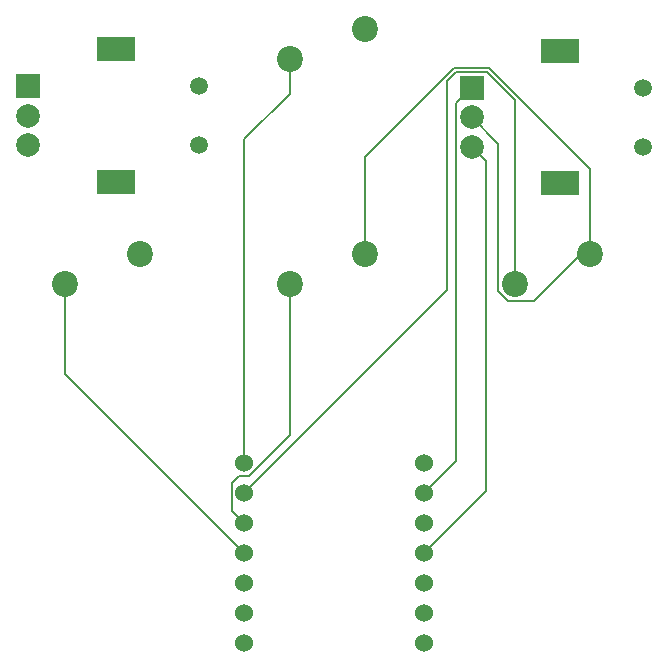
<source format=gbr>
%TF.GenerationSoftware,KiCad,Pcbnew,9.0.3*%
%TF.CreationDate,2025-07-31T03:50:49-04:00*%
%TF.ProjectId,BatPad,42617450-6164-42e6-9b69-6361645f7063,rev?*%
%TF.SameCoordinates,Original*%
%TF.FileFunction,Copper,L2,Bot*%
%TF.FilePolarity,Positive*%
%FSLAX46Y46*%
G04 Gerber Fmt 4.6, Leading zero omitted, Abs format (unit mm)*
G04 Created by KiCad (PCBNEW 9.0.3) date 2025-07-31 03:50:49*
%MOMM*%
%LPD*%
G01*
G04 APERTURE LIST*
%TA.AperFunction,ComponentPad*%
%ADD10C,2.200000*%
%TD*%
%TA.AperFunction,ComponentPad*%
%ADD11C,1.500000*%
%TD*%
%TA.AperFunction,ComponentPad*%
%ADD12R,2.000000X2.000000*%
%TD*%
%TA.AperFunction,ComponentPad*%
%ADD13C,2.000000*%
%TD*%
%TA.AperFunction,ComponentPad*%
%ADD14R,3.200000X2.000000*%
%TD*%
%TA.AperFunction,ComponentPad*%
%ADD15C,1.524000*%
%TD*%
%TA.AperFunction,Conductor*%
%ADD16C,0.200000*%
%TD*%
G04 APERTURE END LIST*
D10*
%TO.P,SW4,1,1*%
%TO.N,GND*%
X50473750Y-4841875D03*
%TO.P,SW4,2,2*%
%TO.N,Net-(U1-GPIO1{slash}RX)*%
X44123750Y-7381875D03*
%TD*%
%TO.P,SW2,1,1*%
%TO.N,GND*%
X50460000Y-23920000D03*
%TO.P,SW2,2,2*%
%TO.N,Net-(U1-GPIO4{slash}MISO)*%
X44110000Y-26460000D03*
%TD*%
D11*
%TO.P,SW6,*%
%TO.N,*%
X36433750Y-9696875D03*
X36433750Y-14696875D03*
D12*
%TO.P,SW6,A,A*%
%TO.N,Net-(U1-GPIO28{slash}ADC2{slash}A2)*%
X21933750Y-9696875D03*
D13*
%TO.P,SW6,B,B*%
%TO.N,Net-(U1-GPIO27{slash}ADC1{slash}A1)*%
X21933750Y-14696875D03*
%TO.P,SW6,C,C*%
%TO.N,GND*%
X21933750Y-12196875D03*
D14*
%TO.P,SW6,MP*%
%TO.N,N/C*%
X29433750Y-6596875D03*
X29433750Y-17796875D03*
%TD*%
D11*
%TO.P,SW5,*%
%TO.N,*%
X74008750Y-9831250D03*
X74008750Y-14831250D03*
D12*
%TO.P,SW5,A,A*%
%TO.N,Net-(U1-GPIO7{slash}SCL)*%
X59508750Y-9831250D03*
D13*
%TO.P,SW5,B,B*%
%TO.N,Net-(U1-GPIO29{slash}ADC3{slash}A3)*%
X59508750Y-14831250D03*
%TO.P,SW5,C,C*%
%TO.N,GND*%
X59508750Y-12331250D03*
D14*
%TO.P,SW5,MP*%
%TO.N,N/C*%
X67008750Y-6731250D03*
X67008750Y-17931250D03*
%TD*%
D10*
%TO.P,SW3,1,1*%
%TO.N,GND*%
X69543750Y-23920000D03*
%TO.P,SW3,2,2*%
%TO.N,Net-(U1-GPIO2{slash}SCK)*%
X63193750Y-26460000D03*
%TD*%
%TO.P,SW1,1,1*%
%TO.N,GND*%
X31413750Y-23920000D03*
%TO.P,SW1,2,2*%
%TO.N,Net-(U1-GPIO3{slash}MOSI)*%
X25063750Y-26460000D03*
%TD*%
D15*
%TO.P,U1,1,GPIO26/ADC0/A0*%
%TO.N,unconnected-(U1-GPIO26{slash}ADC0{slash}A0-Pad1)*%
X55502756Y-56860625D03*
%TO.P,U1,2,GPIO27/ADC1/A1*%
%TO.N,Net-(U1-GPIO27{slash}ADC1{slash}A1)*%
X55502756Y-54320625D03*
%TO.P,U1,3,GPIO28/ADC2/A2*%
%TO.N,Net-(U1-GPIO28{slash}ADC2{slash}A2)*%
X55502756Y-51780625D03*
%TO.P,U1,4,GPIO29/ADC3/A3*%
%TO.N,Net-(U1-GPIO29{slash}ADC3{slash}A3)*%
X55502756Y-49240625D03*
%TO.P,U1,5,GPIO6/SDA*%
%TO.N,Net-(D1-DIN)*%
X55502756Y-46700625D03*
%TO.P,U1,6,GPIO7/SCL*%
%TO.N,Net-(U1-GPIO7{slash}SCL)*%
X55502756Y-44160625D03*
%TO.P,U1,7,GPIO0/TX*%
%TO.N,unconnected-(U1-GPIO0{slash}TX-Pad7)*%
X55502756Y-41620625D03*
%TO.P,U1,8,GPIO1/RX*%
%TO.N,Net-(U1-GPIO1{slash}RX)*%
X40262756Y-41620625D03*
%TO.P,U1,9,GPIO2/SCK*%
%TO.N,Net-(U1-GPIO2{slash}SCK)*%
X40262756Y-44160625D03*
%TO.P,U1,10,GPIO4/MISO*%
%TO.N,Net-(U1-GPIO4{slash}MISO)*%
X40262756Y-46700625D03*
%TO.P,U1,11,GPIO3/MOSI*%
%TO.N,Net-(U1-GPIO3{slash}MOSI)*%
X40262756Y-49240625D03*
%TO.P,U1,12,3V3*%
%TO.N,unconnected-(U1-3V3-Pad12)*%
X40262756Y-51780625D03*
%TO.P,U1,13,GND*%
%TO.N,unconnected-(U1-GND-Pad13)*%
X40262756Y-54320625D03*
%TO.P,U1,14,VBUS*%
%TO.N,unconnected-(U1-VBUS-Pad14)*%
X40262756Y-56860625D03*
%TD*%
D16*
%TO.N,GND*%
X64817934Y-27861000D02*
X68758934Y-23920000D01*
X61792750Y-14615250D02*
X61792750Y-27040314D01*
X61792750Y-27040314D02*
X62613436Y-27861000D01*
X59508750Y-12331250D02*
X61792750Y-14615250D01*
X58041650Y-8129250D02*
X50460000Y-15710900D01*
X69543750Y-23920000D02*
X69543750Y-16697150D01*
X50460000Y-15710900D02*
X50460000Y-23920000D01*
X60975850Y-8129250D02*
X58041650Y-8129250D01*
X68758934Y-23920000D02*
X69543750Y-23920000D01*
X62613436Y-27861000D02*
X64817934Y-27861000D01*
X69543750Y-16697150D02*
X60975850Y-8129250D01*
%TO.N,Net-(U1-GPIO3{slash}MOSI)*%
X25063750Y-34040625D02*
X25063750Y-26460000D01*
X40263750Y-49240625D02*
X25063750Y-34040625D01*
%TO.N,Net-(U1-GPIO4{slash}MISO)*%
X39823440Y-42683625D02*
X40704060Y-42683625D01*
X40263750Y-46700625D02*
X39200750Y-45637625D01*
X40704060Y-42683625D02*
X44110000Y-39277685D01*
X39200750Y-43306315D02*
X39823440Y-42683625D01*
X44110000Y-39277685D02*
X44110000Y-26460000D01*
X39200750Y-45637625D02*
X39200750Y-43306315D01*
%TO.N,Net-(U1-GPIO2{slash}SCK)*%
X40263750Y-44160625D02*
X57472500Y-26951875D01*
X60809750Y-8530250D02*
X63193750Y-10914250D01*
X57472500Y-9265500D02*
X58207750Y-8530250D01*
X63193750Y-10914250D02*
X63193750Y-26460000D01*
X57472500Y-26951875D02*
X57472500Y-9265500D01*
X58207750Y-8530250D02*
X60809750Y-8530250D01*
%TO.N,Net-(U1-GPIO1{slash}RX)*%
X44123750Y-10350345D02*
X44123750Y-7381875D01*
X40263750Y-14210345D02*
X44123750Y-10350345D01*
X40263750Y-41620625D02*
X40263750Y-14210345D01*
%TO.N,Net-(U1-GPIO7{slash}SCL)*%
X55503750Y-44160625D02*
X58207750Y-41456625D01*
X58207750Y-41456625D02*
X58207750Y-11132250D01*
X58207750Y-11132250D02*
X59508750Y-9831250D01*
%TO.N,Net-(U1-GPIO29{slash}ADC3{slash}A3)*%
X60722750Y-44021625D02*
X60722750Y-16045250D01*
X55503750Y-49240625D02*
X60722750Y-44021625D01*
X60722750Y-16045250D02*
X59508750Y-14831250D01*
%TD*%
M02*

</source>
